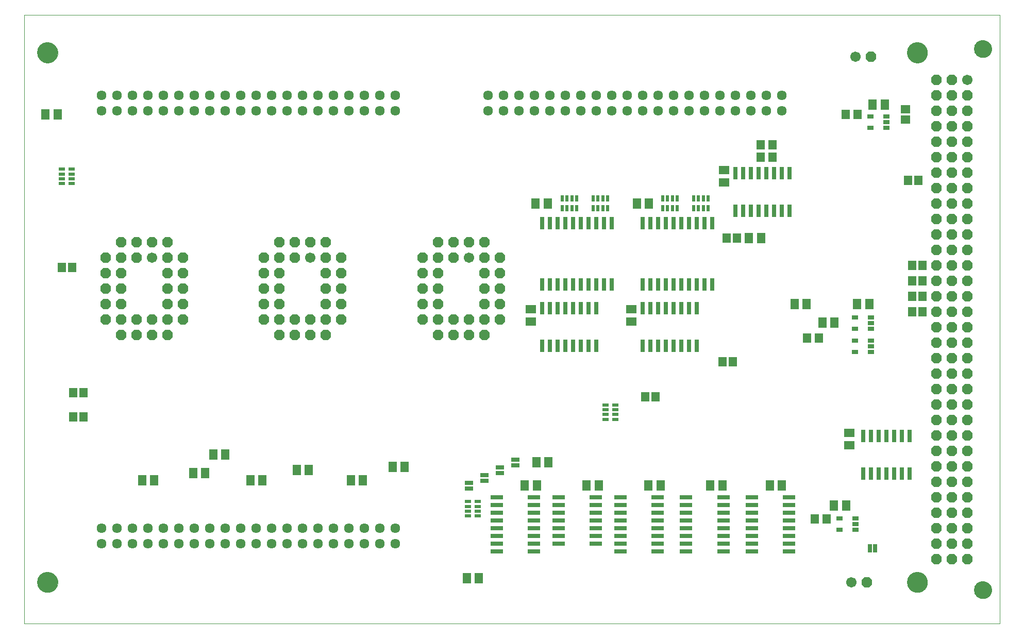
<source format=gts>
G75*
%MOIN*%
%OFA0B0*%
%FSLAX25Y25*%
%IPPOS*%
%LPD*%
%AMOC8*
5,1,8,0,0,1.08239X$1,22.5*
%
%ADD10C,0.06700*%
%ADD11OC8,0.06700*%
%ADD12R,0.05400X0.02900*%
%ADD13R,0.05518X0.06306*%
%ADD14R,0.06306X0.05518*%
%ADD15R,0.04298X0.03117*%
%ADD16R,0.05518X0.06699*%
%ADD17R,0.02900X0.05400*%
%ADD18R,0.03937X0.02362*%
%ADD19R,0.03000X0.08400*%
%ADD20R,0.06699X0.05518*%
%ADD21R,0.02362X0.03937*%
%ADD22R,0.08400X0.03000*%
%ADD23C,0.06337*%
%ADD24C,0.00000*%
%ADD25C,0.11400*%
%ADD26C,0.13400*%
D10*
X0130833Y0311100D03*
X0233333Y0311100D03*
X0335833Y0311100D03*
X0585833Y0441100D03*
X0658333Y0426100D03*
X0583333Y0101100D03*
D11*
X0593333Y0101100D03*
X0638333Y0116100D03*
X0638333Y0126100D03*
X0638333Y0136100D03*
X0638333Y0146100D03*
X0638333Y0156100D03*
X0638333Y0166100D03*
X0638333Y0176100D03*
X0638333Y0186100D03*
X0638333Y0196100D03*
X0638333Y0206100D03*
X0638333Y0216100D03*
X0638333Y0226100D03*
X0638333Y0236100D03*
X0638333Y0246100D03*
X0638333Y0256100D03*
X0638333Y0266100D03*
X0638333Y0276100D03*
X0638333Y0286100D03*
X0638333Y0296100D03*
X0638333Y0306100D03*
X0638333Y0316100D03*
X0638333Y0326100D03*
X0638333Y0336100D03*
X0638333Y0346100D03*
X0638333Y0356100D03*
X0638333Y0366100D03*
X0638333Y0376100D03*
X0638333Y0386100D03*
X0638333Y0396100D03*
X0638333Y0406100D03*
X0638333Y0416100D03*
X0638333Y0426100D03*
X0648333Y0426100D03*
X0648333Y0416100D03*
X0658333Y0416100D03*
X0658333Y0406100D03*
X0648333Y0406100D03*
X0648333Y0396100D03*
X0658333Y0396100D03*
X0658333Y0386100D03*
X0648333Y0386100D03*
X0648333Y0376100D03*
X0658333Y0376100D03*
X0658333Y0366100D03*
X0648333Y0366100D03*
X0648333Y0356100D03*
X0658333Y0356100D03*
X0658333Y0346100D03*
X0648333Y0346100D03*
X0648333Y0336100D03*
X0648333Y0326100D03*
X0658333Y0326100D03*
X0658333Y0336100D03*
X0658333Y0316100D03*
X0648333Y0316100D03*
X0648333Y0306100D03*
X0658333Y0306100D03*
X0658333Y0296100D03*
X0648333Y0296100D03*
X0648333Y0286100D03*
X0658333Y0286100D03*
X0658333Y0276100D03*
X0648333Y0276100D03*
X0648333Y0266100D03*
X0658333Y0266100D03*
X0658333Y0256100D03*
X0648333Y0256100D03*
X0648333Y0246100D03*
X0658333Y0246100D03*
X0658333Y0236100D03*
X0648333Y0236100D03*
X0648333Y0226100D03*
X0658333Y0226100D03*
X0658333Y0216100D03*
X0648333Y0216100D03*
X0648333Y0206100D03*
X0658333Y0206100D03*
X0658333Y0196100D03*
X0648333Y0196100D03*
X0648333Y0186100D03*
X0658333Y0186100D03*
X0658333Y0176100D03*
X0648333Y0176100D03*
X0648333Y0166100D03*
X0658333Y0166100D03*
X0658333Y0156100D03*
X0648333Y0156100D03*
X0648333Y0146100D03*
X0648333Y0136100D03*
X0658333Y0136100D03*
X0658333Y0146100D03*
X0658333Y0126100D03*
X0648333Y0126100D03*
X0648333Y0116100D03*
X0658333Y0116100D03*
X0355833Y0271100D03*
X0355833Y0281100D03*
X0345833Y0281100D03*
X0345833Y0271100D03*
X0335833Y0271100D03*
X0325833Y0271100D03*
X0315833Y0271100D03*
X0305833Y0271100D03*
X0305833Y0281100D03*
X0315833Y0281100D03*
X0315833Y0291100D03*
X0305833Y0291100D03*
X0305833Y0301100D03*
X0315833Y0301100D03*
X0315833Y0311100D03*
X0305833Y0311100D03*
X0315833Y0321100D03*
X0325833Y0321100D03*
X0325833Y0311100D03*
X0335833Y0321100D03*
X0345833Y0321100D03*
X0345833Y0311100D03*
X0345833Y0301100D03*
X0345833Y0291100D03*
X0355833Y0291100D03*
X0355833Y0301100D03*
X0355833Y0311100D03*
X0345833Y0261100D03*
X0335833Y0261100D03*
X0325833Y0261100D03*
X0315833Y0261100D03*
X0253333Y0271100D03*
X0243333Y0271100D03*
X0243333Y0281100D03*
X0253333Y0281100D03*
X0253333Y0291100D03*
X0243333Y0291100D03*
X0243333Y0301100D03*
X0253333Y0301100D03*
X0253333Y0311100D03*
X0243333Y0311100D03*
X0243333Y0321100D03*
X0233333Y0321100D03*
X0223333Y0321100D03*
X0213333Y0321100D03*
X0213333Y0311100D03*
X0223333Y0311100D03*
X0213333Y0301100D03*
X0203333Y0301100D03*
X0203333Y0291100D03*
X0203333Y0281100D03*
X0203333Y0271100D03*
X0213333Y0271100D03*
X0213333Y0281100D03*
X0223333Y0271100D03*
X0233333Y0271100D03*
X0233333Y0261100D03*
X0223333Y0261100D03*
X0213333Y0261100D03*
X0243333Y0261100D03*
X0213333Y0291100D03*
X0203333Y0311100D03*
X0150833Y0311100D03*
X0140833Y0311100D03*
X0140833Y0301100D03*
X0140833Y0291100D03*
X0140833Y0281100D03*
X0140833Y0271100D03*
X0130833Y0271100D03*
X0120833Y0271100D03*
X0110833Y0271100D03*
X0100833Y0271100D03*
X0100833Y0281100D03*
X0110833Y0281100D03*
X0110833Y0291100D03*
X0100833Y0291100D03*
X0100833Y0301100D03*
X0110833Y0301100D03*
X0110833Y0311100D03*
X0100833Y0311100D03*
X0110833Y0321100D03*
X0120833Y0321100D03*
X0130833Y0321100D03*
X0140833Y0321100D03*
X0120833Y0311100D03*
X0150833Y0301100D03*
X0150833Y0291100D03*
X0150833Y0281100D03*
X0150833Y0271100D03*
X0140833Y0261100D03*
X0130833Y0261100D03*
X0120833Y0261100D03*
X0110833Y0261100D03*
X0595833Y0441100D03*
D12*
X0365833Y0180372D03*
X0365833Y0176828D03*
X0355833Y0175372D03*
X0355833Y0171828D03*
X0345833Y0170372D03*
X0345833Y0166828D03*
X0335833Y0165372D03*
X0335833Y0161828D03*
D13*
X0449987Y0221100D03*
X0456680Y0221100D03*
X0499987Y0243600D03*
X0506680Y0243600D03*
X0554593Y0259100D03*
X0562073Y0259100D03*
X0622487Y0276100D03*
X0629180Y0276100D03*
X0629180Y0286100D03*
X0622487Y0286100D03*
X0622487Y0296100D03*
X0629180Y0296100D03*
X0629180Y0306100D03*
X0622487Y0306100D03*
X0619987Y0361100D03*
X0626680Y0361100D03*
X0587073Y0403600D03*
X0579593Y0403600D03*
X0532073Y0384100D03*
X0524593Y0384100D03*
X0524593Y0376100D03*
X0532073Y0376100D03*
X0509180Y0323600D03*
X0502487Y0323600D03*
X0559593Y0142100D03*
X0567073Y0142100D03*
X0086680Y0208100D03*
X0079987Y0208100D03*
X0079987Y0223600D03*
X0086680Y0223600D03*
X0079180Y0304600D03*
X0072487Y0304600D03*
D14*
X0618333Y0400254D03*
X0618333Y0406946D03*
D15*
X0605912Y0402340D03*
X0605912Y0398600D03*
X0605912Y0394860D03*
X0595715Y0394860D03*
X0595715Y0402340D03*
X0595912Y0272340D03*
X0595912Y0268600D03*
X0595912Y0264860D03*
X0595912Y0257340D03*
X0595912Y0253600D03*
X0595912Y0249860D03*
X0585715Y0249860D03*
X0585715Y0257340D03*
X0585715Y0264860D03*
X0585715Y0272340D03*
X0585912Y0142340D03*
X0585912Y0138600D03*
X0585912Y0134860D03*
X0575715Y0134860D03*
X0575715Y0142340D03*
D16*
X0571896Y0150600D03*
X0579770Y0150600D03*
X0538270Y0163600D03*
X0530396Y0163600D03*
X0499770Y0163600D03*
X0491896Y0163600D03*
X0459770Y0163600D03*
X0451896Y0163600D03*
X0419770Y0163600D03*
X0411896Y0163600D03*
X0387270Y0178600D03*
X0379396Y0178600D03*
X0379770Y0163600D03*
X0371896Y0163600D03*
X0342270Y0103600D03*
X0334396Y0103600D03*
X0267270Y0167100D03*
X0259396Y0167100D03*
X0232270Y0173600D03*
X0224396Y0173600D03*
X0202270Y0167100D03*
X0194396Y0167100D03*
X0178270Y0183600D03*
X0170396Y0183600D03*
X0165270Y0171600D03*
X0157396Y0171600D03*
X0132270Y0167100D03*
X0124396Y0167100D03*
X0286396Y0175600D03*
X0294270Y0175600D03*
X0378896Y0346100D03*
X0386770Y0346100D03*
X0444396Y0346100D03*
X0452270Y0346100D03*
X0516896Y0323600D03*
X0524770Y0323600D03*
X0546396Y0281100D03*
X0554270Y0281100D03*
X0564396Y0269100D03*
X0572270Y0269100D03*
X0586896Y0281100D03*
X0594770Y0281100D03*
X0596896Y0410100D03*
X0604770Y0410100D03*
X0069770Y0403600D03*
X0061896Y0403600D03*
D17*
X0595062Y0123100D03*
X0598605Y0123100D03*
D18*
X0430483Y0206376D03*
X0430483Y0209525D03*
X0430483Y0212675D03*
X0430483Y0215824D03*
X0424184Y0215824D03*
X0424184Y0212675D03*
X0424184Y0209525D03*
X0424184Y0206376D03*
X0341483Y0153324D03*
X0341483Y0150175D03*
X0341483Y0147025D03*
X0341483Y0143876D03*
X0335184Y0143876D03*
X0335184Y0147025D03*
X0335184Y0150175D03*
X0335184Y0153324D03*
X0078983Y0358876D03*
X0078983Y0362025D03*
X0078983Y0365175D03*
X0078983Y0368324D03*
X0072684Y0368324D03*
X0072684Y0365175D03*
X0072684Y0362025D03*
X0072684Y0358876D03*
D19*
X0383333Y0333400D03*
X0388333Y0333400D03*
X0393333Y0333400D03*
X0398333Y0333400D03*
X0403333Y0333400D03*
X0408333Y0333400D03*
X0413333Y0333400D03*
X0418333Y0333400D03*
X0423333Y0333400D03*
X0428333Y0333400D03*
X0448333Y0333400D03*
X0453333Y0333400D03*
X0458333Y0333400D03*
X0463333Y0333400D03*
X0468333Y0333400D03*
X0473333Y0333400D03*
X0478333Y0333400D03*
X0483333Y0333400D03*
X0488333Y0333400D03*
X0493333Y0333400D03*
X0508333Y0341500D03*
X0513333Y0341500D03*
X0518333Y0341500D03*
X0523333Y0341500D03*
X0528333Y0341500D03*
X0533333Y0341500D03*
X0538333Y0341500D03*
X0543333Y0341500D03*
X0543333Y0365700D03*
X0538333Y0365700D03*
X0533333Y0365700D03*
X0528333Y0365700D03*
X0523333Y0365700D03*
X0518333Y0365700D03*
X0513333Y0365700D03*
X0508333Y0365700D03*
X0493333Y0293800D03*
X0488333Y0293800D03*
X0483333Y0293800D03*
X0478333Y0293800D03*
X0473333Y0293800D03*
X0468333Y0293800D03*
X0463333Y0293800D03*
X0458333Y0293800D03*
X0453333Y0293800D03*
X0448333Y0293800D03*
X0448333Y0278200D03*
X0453333Y0278200D03*
X0458333Y0278200D03*
X0463333Y0278200D03*
X0468333Y0278200D03*
X0473333Y0278200D03*
X0478333Y0278200D03*
X0483333Y0278200D03*
X0483333Y0254000D03*
X0478333Y0254000D03*
X0473333Y0254000D03*
X0468333Y0254000D03*
X0463333Y0254000D03*
X0458333Y0254000D03*
X0453333Y0254000D03*
X0448333Y0254000D03*
X0418333Y0254000D03*
X0413333Y0254000D03*
X0408333Y0254000D03*
X0403333Y0254000D03*
X0398333Y0254000D03*
X0393333Y0254000D03*
X0388333Y0254000D03*
X0383333Y0254000D03*
X0383333Y0278200D03*
X0388333Y0278200D03*
X0393333Y0278200D03*
X0398333Y0278200D03*
X0403333Y0278200D03*
X0408333Y0278200D03*
X0413333Y0278200D03*
X0418333Y0278200D03*
X0418333Y0293800D03*
X0413333Y0293800D03*
X0408333Y0293800D03*
X0403333Y0293800D03*
X0398333Y0293800D03*
X0393333Y0293800D03*
X0388333Y0293800D03*
X0383333Y0293800D03*
X0423333Y0293800D03*
X0428333Y0293800D03*
X0590833Y0195700D03*
X0595833Y0195700D03*
X0600833Y0195700D03*
X0605833Y0195700D03*
X0610833Y0195700D03*
X0615833Y0195700D03*
X0620833Y0195700D03*
X0620833Y0171500D03*
X0615833Y0171500D03*
X0610833Y0171500D03*
X0605833Y0171500D03*
X0600833Y0171500D03*
X0595833Y0171500D03*
X0590833Y0171500D03*
D20*
X0581833Y0189663D03*
X0581833Y0197537D03*
X0440833Y0269663D03*
X0440833Y0277537D03*
X0375833Y0277537D03*
X0375833Y0269663D03*
X0500833Y0359663D03*
X0500833Y0367537D03*
D21*
X0490558Y0349250D03*
X0487408Y0349250D03*
X0484259Y0349250D03*
X0481109Y0349250D03*
X0481109Y0342950D03*
X0484259Y0342950D03*
X0487408Y0342950D03*
X0490558Y0342950D03*
X0470558Y0342950D03*
X0467408Y0342950D03*
X0464259Y0342950D03*
X0461109Y0342950D03*
X0461109Y0349250D03*
X0464259Y0349250D03*
X0467408Y0349250D03*
X0470558Y0349250D03*
X0425558Y0349250D03*
X0422408Y0349250D03*
X0419259Y0349250D03*
X0416109Y0349250D03*
X0416109Y0342950D03*
X0419259Y0342950D03*
X0422408Y0342950D03*
X0425558Y0342950D03*
X0405558Y0342950D03*
X0402408Y0342950D03*
X0399259Y0342950D03*
X0396109Y0342950D03*
X0396109Y0349250D03*
X0399259Y0349250D03*
X0402408Y0349250D03*
X0405558Y0349250D03*
D22*
X0393733Y0156100D03*
X0393733Y0151100D03*
X0393733Y0146100D03*
X0393733Y0141100D03*
X0393733Y0136100D03*
X0393733Y0131100D03*
X0393733Y0126100D03*
X0377933Y0126100D03*
X0377933Y0121100D03*
X0377933Y0131100D03*
X0377933Y0136100D03*
X0377933Y0141100D03*
X0377933Y0146100D03*
X0377933Y0151100D03*
X0377933Y0156100D03*
X0353733Y0156100D03*
X0353733Y0151100D03*
X0353733Y0146100D03*
X0353733Y0141100D03*
X0353733Y0136100D03*
X0353733Y0131100D03*
X0353733Y0126100D03*
X0353733Y0121100D03*
X0417933Y0126100D03*
X0417933Y0131100D03*
X0417933Y0136100D03*
X0417933Y0141100D03*
X0417933Y0146100D03*
X0417933Y0151100D03*
X0417933Y0156100D03*
X0433733Y0156100D03*
X0433733Y0151100D03*
X0433733Y0146100D03*
X0433733Y0141100D03*
X0433733Y0136100D03*
X0433733Y0131100D03*
X0433733Y0126100D03*
X0433733Y0121100D03*
X0457933Y0121100D03*
X0457933Y0126100D03*
X0457933Y0131100D03*
X0457933Y0136100D03*
X0457933Y0141100D03*
X0457933Y0146100D03*
X0457933Y0151100D03*
X0457933Y0156100D03*
X0476233Y0156100D03*
X0476233Y0151100D03*
X0476233Y0146100D03*
X0476233Y0141100D03*
X0476233Y0136100D03*
X0476233Y0131100D03*
X0476233Y0126100D03*
X0476233Y0121100D03*
X0500433Y0121100D03*
X0500433Y0126100D03*
X0500433Y0131100D03*
X0500433Y0136100D03*
X0500433Y0141100D03*
X0500433Y0146100D03*
X0500433Y0151100D03*
X0500433Y0156100D03*
X0518733Y0156100D03*
X0518733Y0151100D03*
X0518733Y0146100D03*
X0518733Y0141100D03*
X0518733Y0136100D03*
X0518733Y0131100D03*
X0518733Y0126100D03*
X0518733Y0121100D03*
X0542933Y0121100D03*
X0542933Y0126100D03*
X0542933Y0131100D03*
X0542933Y0136100D03*
X0542933Y0141100D03*
X0542933Y0146100D03*
X0542933Y0151100D03*
X0542933Y0156100D03*
D23*
X0288333Y0136100D03*
X0278333Y0136100D03*
X0268333Y0136100D03*
X0258333Y0136100D03*
X0248333Y0136100D03*
X0238333Y0136100D03*
X0228333Y0136100D03*
X0218333Y0136100D03*
X0208333Y0136100D03*
X0198333Y0136100D03*
X0188333Y0136100D03*
X0178333Y0136100D03*
X0168333Y0136100D03*
X0158333Y0136100D03*
X0148333Y0136100D03*
X0138333Y0136100D03*
X0128333Y0136100D03*
X0118333Y0136100D03*
X0108333Y0136100D03*
X0098333Y0136100D03*
X0098333Y0126100D03*
X0108333Y0126100D03*
X0118333Y0126100D03*
X0128333Y0126100D03*
X0138333Y0126100D03*
X0148333Y0126100D03*
X0158333Y0126100D03*
X0168333Y0126100D03*
X0178333Y0126100D03*
X0188333Y0126100D03*
X0198333Y0126100D03*
X0208333Y0126100D03*
X0218333Y0126100D03*
X0228333Y0126100D03*
X0238333Y0126100D03*
X0248333Y0126100D03*
X0258333Y0126100D03*
X0268333Y0126100D03*
X0278333Y0126100D03*
X0288333Y0126100D03*
X0288333Y0406100D03*
X0278333Y0406100D03*
X0268333Y0406100D03*
X0258333Y0406100D03*
X0248333Y0406100D03*
X0238333Y0406100D03*
X0228333Y0406100D03*
X0218333Y0406100D03*
X0208333Y0406100D03*
X0198333Y0406100D03*
X0188333Y0406100D03*
X0178333Y0406100D03*
X0168333Y0406100D03*
X0158333Y0406100D03*
X0148333Y0406100D03*
X0138333Y0406100D03*
X0128333Y0406100D03*
X0118333Y0406100D03*
X0108333Y0406100D03*
X0098333Y0406100D03*
X0098333Y0416100D03*
X0108333Y0416100D03*
X0118333Y0416100D03*
X0128333Y0416100D03*
X0138333Y0416100D03*
X0148333Y0416100D03*
X0158333Y0416100D03*
X0168333Y0416100D03*
X0178333Y0416100D03*
X0188333Y0416100D03*
X0198333Y0416100D03*
X0208333Y0416100D03*
X0218333Y0416100D03*
X0228333Y0416100D03*
X0238333Y0416100D03*
X0248333Y0416100D03*
X0258333Y0416100D03*
X0268333Y0416100D03*
X0278333Y0416100D03*
X0288333Y0416100D03*
X0348333Y0416100D03*
X0358333Y0416100D03*
X0368333Y0416100D03*
X0368333Y0406100D03*
X0358333Y0406100D03*
X0348333Y0406100D03*
X0378333Y0406100D03*
X0388333Y0406100D03*
X0388333Y0416100D03*
X0378333Y0416100D03*
X0398333Y0416100D03*
X0408333Y0416100D03*
X0418333Y0416100D03*
X0418333Y0406100D03*
X0408333Y0406100D03*
X0398333Y0406100D03*
X0428333Y0406100D03*
X0438333Y0406100D03*
X0438333Y0416100D03*
X0428333Y0416100D03*
X0448333Y0416100D03*
X0458333Y0416100D03*
X0468333Y0416100D03*
X0468333Y0406100D03*
X0458333Y0406100D03*
X0448333Y0406100D03*
X0478333Y0406100D03*
X0488333Y0406100D03*
X0488333Y0416100D03*
X0478333Y0416100D03*
X0498333Y0416100D03*
X0508333Y0416100D03*
X0508333Y0406100D03*
X0498333Y0406100D03*
X0518333Y0406100D03*
X0528333Y0406100D03*
X0538333Y0406100D03*
X0538333Y0416100D03*
X0528333Y0416100D03*
X0518333Y0416100D03*
D24*
X0048333Y0468000D02*
X0048333Y0074200D01*
X0679333Y0074200D01*
X0679333Y0468000D01*
X0048333Y0468000D01*
X0056833Y0443600D02*
X0056835Y0443761D01*
X0056841Y0443921D01*
X0056851Y0444082D01*
X0056865Y0444242D01*
X0056883Y0444402D01*
X0056904Y0444561D01*
X0056930Y0444720D01*
X0056960Y0444878D01*
X0056993Y0445035D01*
X0057031Y0445192D01*
X0057072Y0445347D01*
X0057117Y0445501D01*
X0057166Y0445654D01*
X0057219Y0445806D01*
X0057275Y0445957D01*
X0057336Y0446106D01*
X0057399Y0446254D01*
X0057467Y0446400D01*
X0057538Y0446544D01*
X0057612Y0446686D01*
X0057690Y0446827D01*
X0057772Y0446965D01*
X0057857Y0447102D01*
X0057945Y0447236D01*
X0058037Y0447368D01*
X0058132Y0447498D01*
X0058230Y0447626D01*
X0058331Y0447751D01*
X0058435Y0447873D01*
X0058542Y0447993D01*
X0058652Y0448110D01*
X0058765Y0448225D01*
X0058881Y0448336D01*
X0059000Y0448445D01*
X0059121Y0448550D01*
X0059245Y0448653D01*
X0059371Y0448753D01*
X0059499Y0448849D01*
X0059630Y0448942D01*
X0059764Y0449032D01*
X0059899Y0449119D01*
X0060037Y0449202D01*
X0060176Y0449282D01*
X0060318Y0449358D01*
X0060461Y0449431D01*
X0060606Y0449500D01*
X0060753Y0449566D01*
X0060901Y0449628D01*
X0061051Y0449686D01*
X0061202Y0449741D01*
X0061355Y0449792D01*
X0061509Y0449839D01*
X0061664Y0449882D01*
X0061820Y0449921D01*
X0061976Y0449957D01*
X0062134Y0449988D01*
X0062292Y0450016D01*
X0062451Y0450040D01*
X0062611Y0450060D01*
X0062771Y0450076D01*
X0062931Y0450088D01*
X0063092Y0450096D01*
X0063253Y0450100D01*
X0063413Y0450100D01*
X0063574Y0450096D01*
X0063735Y0450088D01*
X0063895Y0450076D01*
X0064055Y0450060D01*
X0064215Y0450040D01*
X0064374Y0450016D01*
X0064532Y0449988D01*
X0064690Y0449957D01*
X0064846Y0449921D01*
X0065002Y0449882D01*
X0065157Y0449839D01*
X0065311Y0449792D01*
X0065464Y0449741D01*
X0065615Y0449686D01*
X0065765Y0449628D01*
X0065913Y0449566D01*
X0066060Y0449500D01*
X0066205Y0449431D01*
X0066348Y0449358D01*
X0066490Y0449282D01*
X0066629Y0449202D01*
X0066767Y0449119D01*
X0066902Y0449032D01*
X0067036Y0448942D01*
X0067167Y0448849D01*
X0067295Y0448753D01*
X0067421Y0448653D01*
X0067545Y0448550D01*
X0067666Y0448445D01*
X0067785Y0448336D01*
X0067901Y0448225D01*
X0068014Y0448110D01*
X0068124Y0447993D01*
X0068231Y0447873D01*
X0068335Y0447751D01*
X0068436Y0447626D01*
X0068534Y0447498D01*
X0068629Y0447368D01*
X0068721Y0447236D01*
X0068809Y0447102D01*
X0068894Y0446965D01*
X0068976Y0446827D01*
X0069054Y0446686D01*
X0069128Y0446544D01*
X0069199Y0446400D01*
X0069267Y0446254D01*
X0069330Y0446106D01*
X0069391Y0445957D01*
X0069447Y0445806D01*
X0069500Y0445654D01*
X0069549Y0445501D01*
X0069594Y0445347D01*
X0069635Y0445192D01*
X0069673Y0445035D01*
X0069706Y0444878D01*
X0069736Y0444720D01*
X0069762Y0444561D01*
X0069783Y0444402D01*
X0069801Y0444242D01*
X0069815Y0444082D01*
X0069825Y0443921D01*
X0069831Y0443761D01*
X0069833Y0443600D01*
X0069831Y0443439D01*
X0069825Y0443279D01*
X0069815Y0443118D01*
X0069801Y0442958D01*
X0069783Y0442798D01*
X0069762Y0442639D01*
X0069736Y0442480D01*
X0069706Y0442322D01*
X0069673Y0442165D01*
X0069635Y0442008D01*
X0069594Y0441853D01*
X0069549Y0441699D01*
X0069500Y0441546D01*
X0069447Y0441394D01*
X0069391Y0441243D01*
X0069330Y0441094D01*
X0069267Y0440946D01*
X0069199Y0440800D01*
X0069128Y0440656D01*
X0069054Y0440514D01*
X0068976Y0440373D01*
X0068894Y0440235D01*
X0068809Y0440098D01*
X0068721Y0439964D01*
X0068629Y0439832D01*
X0068534Y0439702D01*
X0068436Y0439574D01*
X0068335Y0439449D01*
X0068231Y0439327D01*
X0068124Y0439207D01*
X0068014Y0439090D01*
X0067901Y0438975D01*
X0067785Y0438864D01*
X0067666Y0438755D01*
X0067545Y0438650D01*
X0067421Y0438547D01*
X0067295Y0438447D01*
X0067167Y0438351D01*
X0067036Y0438258D01*
X0066902Y0438168D01*
X0066767Y0438081D01*
X0066629Y0437998D01*
X0066490Y0437918D01*
X0066348Y0437842D01*
X0066205Y0437769D01*
X0066060Y0437700D01*
X0065913Y0437634D01*
X0065765Y0437572D01*
X0065615Y0437514D01*
X0065464Y0437459D01*
X0065311Y0437408D01*
X0065157Y0437361D01*
X0065002Y0437318D01*
X0064846Y0437279D01*
X0064690Y0437243D01*
X0064532Y0437212D01*
X0064374Y0437184D01*
X0064215Y0437160D01*
X0064055Y0437140D01*
X0063895Y0437124D01*
X0063735Y0437112D01*
X0063574Y0437104D01*
X0063413Y0437100D01*
X0063253Y0437100D01*
X0063092Y0437104D01*
X0062931Y0437112D01*
X0062771Y0437124D01*
X0062611Y0437140D01*
X0062451Y0437160D01*
X0062292Y0437184D01*
X0062134Y0437212D01*
X0061976Y0437243D01*
X0061820Y0437279D01*
X0061664Y0437318D01*
X0061509Y0437361D01*
X0061355Y0437408D01*
X0061202Y0437459D01*
X0061051Y0437514D01*
X0060901Y0437572D01*
X0060753Y0437634D01*
X0060606Y0437700D01*
X0060461Y0437769D01*
X0060318Y0437842D01*
X0060176Y0437918D01*
X0060037Y0437998D01*
X0059899Y0438081D01*
X0059764Y0438168D01*
X0059630Y0438258D01*
X0059499Y0438351D01*
X0059371Y0438447D01*
X0059245Y0438547D01*
X0059121Y0438650D01*
X0059000Y0438755D01*
X0058881Y0438864D01*
X0058765Y0438975D01*
X0058652Y0439090D01*
X0058542Y0439207D01*
X0058435Y0439327D01*
X0058331Y0439449D01*
X0058230Y0439574D01*
X0058132Y0439702D01*
X0058037Y0439832D01*
X0057945Y0439964D01*
X0057857Y0440098D01*
X0057772Y0440235D01*
X0057690Y0440373D01*
X0057612Y0440514D01*
X0057538Y0440656D01*
X0057467Y0440800D01*
X0057399Y0440946D01*
X0057336Y0441094D01*
X0057275Y0441243D01*
X0057219Y0441394D01*
X0057166Y0441546D01*
X0057117Y0441699D01*
X0057072Y0441853D01*
X0057031Y0442008D01*
X0056993Y0442165D01*
X0056960Y0442322D01*
X0056930Y0442480D01*
X0056904Y0442639D01*
X0056883Y0442798D01*
X0056865Y0442958D01*
X0056851Y0443118D01*
X0056841Y0443279D01*
X0056835Y0443439D01*
X0056833Y0443600D01*
X0056833Y0101100D02*
X0056835Y0101261D01*
X0056841Y0101421D01*
X0056851Y0101582D01*
X0056865Y0101742D01*
X0056883Y0101902D01*
X0056904Y0102061D01*
X0056930Y0102220D01*
X0056960Y0102378D01*
X0056993Y0102535D01*
X0057031Y0102692D01*
X0057072Y0102847D01*
X0057117Y0103001D01*
X0057166Y0103154D01*
X0057219Y0103306D01*
X0057275Y0103457D01*
X0057336Y0103606D01*
X0057399Y0103754D01*
X0057467Y0103900D01*
X0057538Y0104044D01*
X0057612Y0104186D01*
X0057690Y0104327D01*
X0057772Y0104465D01*
X0057857Y0104602D01*
X0057945Y0104736D01*
X0058037Y0104868D01*
X0058132Y0104998D01*
X0058230Y0105126D01*
X0058331Y0105251D01*
X0058435Y0105373D01*
X0058542Y0105493D01*
X0058652Y0105610D01*
X0058765Y0105725D01*
X0058881Y0105836D01*
X0059000Y0105945D01*
X0059121Y0106050D01*
X0059245Y0106153D01*
X0059371Y0106253D01*
X0059499Y0106349D01*
X0059630Y0106442D01*
X0059764Y0106532D01*
X0059899Y0106619D01*
X0060037Y0106702D01*
X0060176Y0106782D01*
X0060318Y0106858D01*
X0060461Y0106931D01*
X0060606Y0107000D01*
X0060753Y0107066D01*
X0060901Y0107128D01*
X0061051Y0107186D01*
X0061202Y0107241D01*
X0061355Y0107292D01*
X0061509Y0107339D01*
X0061664Y0107382D01*
X0061820Y0107421D01*
X0061976Y0107457D01*
X0062134Y0107488D01*
X0062292Y0107516D01*
X0062451Y0107540D01*
X0062611Y0107560D01*
X0062771Y0107576D01*
X0062931Y0107588D01*
X0063092Y0107596D01*
X0063253Y0107600D01*
X0063413Y0107600D01*
X0063574Y0107596D01*
X0063735Y0107588D01*
X0063895Y0107576D01*
X0064055Y0107560D01*
X0064215Y0107540D01*
X0064374Y0107516D01*
X0064532Y0107488D01*
X0064690Y0107457D01*
X0064846Y0107421D01*
X0065002Y0107382D01*
X0065157Y0107339D01*
X0065311Y0107292D01*
X0065464Y0107241D01*
X0065615Y0107186D01*
X0065765Y0107128D01*
X0065913Y0107066D01*
X0066060Y0107000D01*
X0066205Y0106931D01*
X0066348Y0106858D01*
X0066490Y0106782D01*
X0066629Y0106702D01*
X0066767Y0106619D01*
X0066902Y0106532D01*
X0067036Y0106442D01*
X0067167Y0106349D01*
X0067295Y0106253D01*
X0067421Y0106153D01*
X0067545Y0106050D01*
X0067666Y0105945D01*
X0067785Y0105836D01*
X0067901Y0105725D01*
X0068014Y0105610D01*
X0068124Y0105493D01*
X0068231Y0105373D01*
X0068335Y0105251D01*
X0068436Y0105126D01*
X0068534Y0104998D01*
X0068629Y0104868D01*
X0068721Y0104736D01*
X0068809Y0104602D01*
X0068894Y0104465D01*
X0068976Y0104327D01*
X0069054Y0104186D01*
X0069128Y0104044D01*
X0069199Y0103900D01*
X0069267Y0103754D01*
X0069330Y0103606D01*
X0069391Y0103457D01*
X0069447Y0103306D01*
X0069500Y0103154D01*
X0069549Y0103001D01*
X0069594Y0102847D01*
X0069635Y0102692D01*
X0069673Y0102535D01*
X0069706Y0102378D01*
X0069736Y0102220D01*
X0069762Y0102061D01*
X0069783Y0101902D01*
X0069801Y0101742D01*
X0069815Y0101582D01*
X0069825Y0101421D01*
X0069831Y0101261D01*
X0069833Y0101100D01*
X0069831Y0100939D01*
X0069825Y0100779D01*
X0069815Y0100618D01*
X0069801Y0100458D01*
X0069783Y0100298D01*
X0069762Y0100139D01*
X0069736Y0099980D01*
X0069706Y0099822D01*
X0069673Y0099665D01*
X0069635Y0099508D01*
X0069594Y0099353D01*
X0069549Y0099199D01*
X0069500Y0099046D01*
X0069447Y0098894D01*
X0069391Y0098743D01*
X0069330Y0098594D01*
X0069267Y0098446D01*
X0069199Y0098300D01*
X0069128Y0098156D01*
X0069054Y0098014D01*
X0068976Y0097873D01*
X0068894Y0097735D01*
X0068809Y0097598D01*
X0068721Y0097464D01*
X0068629Y0097332D01*
X0068534Y0097202D01*
X0068436Y0097074D01*
X0068335Y0096949D01*
X0068231Y0096827D01*
X0068124Y0096707D01*
X0068014Y0096590D01*
X0067901Y0096475D01*
X0067785Y0096364D01*
X0067666Y0096255D01*
X0067545Y0096150D01*
X0067421Y0096047D01*
X0067295Y0095947D01*
X0067167Y0095851D01*
X0067036Y0095758D01*
X0066902Y0095668D01*
X0066767Y0095581D01*
X0066629Y0095498D01*
X0066490Y0095418D01*
X0066348Y0095342D01*
X0066205Y0095269D01*
X0066060Y0095200D01*
X0065913Y0095134D01*
X0065765Y0095072D01*
X0065615Y0095014D01*
X0065464Y0094959D01*
X0065311Y0094908D01*
X0065157Y0094861D01*
X0065002Y0094818D01*
X0064846Y0094779D01*
X0064690Y0094743D01*
X0064532Y0094712D01*
X0064374Y0094684D01*
X0064215Y0094660D01*
X0064055Y0094640D01*
X0063895Y0094624D01*
X0063735Y0094612D01*
X0063574Y0094604D01*
X0063413Y0094600D01*
X0063253Y0094600D01*
X0063092Y0094604D01*
X0062931Y0094612D01*
X0062771Y0094624D01*
X0062611Y0094640D01*
X0062451Y0094660D01*
X0062292Y0094684D01*
X0062134Y0094712D01*
X0061976Y0094743D01*
X0061820Y0094779D01*
X0061664Y0094818D01*
X0061509Y0094861D01*
X0061355Y0094908D01*
X0061202Y0094959D01*
X0061051Y0095014D01*
X0060901Y0095072D01*
X0060753Y0095134D01*
X0060606Y0095200D01*
X0060461Y0095269D01*
X0060318Y0095342D01*
X0060176Y0095418D01*
X0060037Y0095498D01*
X0059899Y0095581D01*
X0059764Y0095668D01*
X0059630Y0095758D01*
X0059499Y0095851D01*
X0059371Y0095947D01*
X0059245Y0096047D01*
X0059121Y0096150D01*
X0059000Y0096255D01*
X0058881Y0096364D01*
X0058765Y0096475D01*
X0058652Y0096590D01*
X0058542Y0096707D01*
X0058435Y0096827D01*
X0058331Y0096949D01*
X0058230Y0097074D01*
X0058132Y0097202D01*
X0058037Y0097332D01*
X0057945Y0097464D01*
X0057857Y0097598D01*
X0057772Y0097735D01*
X0057690Y0097873D01*
X0057612Y0098014D01*
X0057538Y0098156D01*
X0057467Y0098300D01*
X0057399Y0098446D01*
X0057336Y0098594D01*
X0057275Y0098743D01*
X0057219Y0098894D01*
X0057166Y0099046D01*
X0057117Y0099199D01*
X0057072Y0099353D01*
X0057031Y0099508D01*
X0056993Y0099665D01*
X0056960Y0099822D01*
X0056930Y0099980D01*
X0056904Y0100139D01*
X0056883Y0100298D01*
X0056865Y0100458D01*
X0056851Y0100618D01*
X0056841Y0100779D01*
X0056835Y0100939D01*
X0056833Y0101100D01*
X0619333Y0101100D02*
X0619335Y0101261D01*
X0619341Y0101421D01*
X0619351Y0101582D01*
X0619365Y0101742D01*
X0619383Y0101902D01*
X0619404Y0102061D01*
X0619430Y0102220D01*
X0619460Y0102378D01*
X0619493Y0102535D01*
X0619531Y0102692D01*
X0619572Y0102847D01*
X0619617Y0103001D01*
X0619666Y0103154D01*
X0619719Y0103306D01*
X0619775Y0103457D01*
X0619836Y0103606D01*
X0619899Y0103754D01*
X0619967Y0103900D01*
X0620038Y0104044D01*
X0620112Y0104186D01*
X0620190Y0104327D01*
X0620272Y0104465D01*
X0620357Y0104602D01*
X0620445Y0104736D01*
X0620537Y0104868D01*
X0620632Y0104998D01*
X0620730Y0105126D01*
X0620831Y0105251D01*
X0620935Y0105373D01*
X0621042Y0105493D01*
X0621152Y0105610D01*
X0621265Y0105725D01*
X0621381Y0105836D01*
X0621500Y0105945D01*
X0621621Y0106050D01*
X0621745Y0106153D01*
X0621871Y0106253D01*
X0621999Y0106349D01*
X0622130Y0106442D01*
X0622264Y0106532D01*
X0622399Y0106619D01*
X0622537Y0106702D01*
X0622676Y0106782D01*
X0622818Y0106858D01*
X0622961Y0106931D01*
X0623106Y0107000D01*
X0623253Y0107066D01*
X0623401Y0107128D01*
X0623551Y0107186D01*
X0623702Y0107241D01*
X0623855Y0107292D01*
X0624009Y0107339D01*
X0624164Y0107382D01*
X0624320Y0107421D01*
X0624476Y0107457D01*
X0624634Y0107488D01*
X0624792Y0107516D01*
X0624951Y0107540D01*
X0625111Y0107560D01*
X0625271Y0107576D01*
X0625431Y0107588D01*
X0625592Y0107596D01*
X0625753Y0107600D01*
X0625913Y0107600D01*
X0626074Y0107596D01*
X0626235Y0107588D01*
X0626395Y0107576D01*
X0626555Y0107560D01*
X0626715Y0107540D01*
X0626874Y0107516D01*
X0627032Y0107488D01*
X0627190Y0107457D01*
X0627346Y0107421D01*
X0627502Y0107382D01*
X0627657Y0107339D01*
X0627811Y0107292D01*
X0627964Y0107241D01*
X0628115Y0107186D01*
X0628265Y0107128D01*
X0628413Y0107066D01*
X0628560Y0107000D01*
X0628705Y0106931D01*
X0628848Y0106858D01*
X0628990Y0106782D01*
X0629129Y0106702D01*
X0629267Y0106619D01*
X0629402Y0106532D01*
X0629536Y0106442D01*
X0629667Y0106349D01*
X0629795Y0106253D01*
X0629921Y0106153D01*
X0630045Y0106050D01*
X0630166Y0105945D01*
X0630285Y0105836D01*
X0630401Y0105725D01*
X0630514Y0105610D01*
X0630624Y0105493D01*
X0630731Y0105373D01*
X0630835Y0105251D01*
X0630936Y0105126D01*
X0631034Y0104998D01*
X0631129Y0104868D01*
X0631221Y0104736D01*
X0631309Y0104602D01*
X0631394Y0104465D01*
X0631476Y0104327D01*
X0631554Y0104186D01*
X0631628Y0104044D01*
X0631699Y0103900D01*
X0631767Y0103754D01*
X0631830Y0103606D01*
X0631891Y0103457D01*
X0631947Y0103306D01*
X0632000Y0103154D01*
X0632049Y0103001D01*
X0632094Y0102847D01*
X0632135Y0102692D01*
X0632173Y0102535D01*
X0632206Y0102378D01*
X0632236Y0102220D01*
X0632262Y0102061D01*
X0632283Y0101902D01*
X0632301Y0101742D01*
X0632315Y0101582D01*
X0632325Y0101421D01*
X0632331Y0101261D01*
X0632333Y0101100D01*
X0632331Y0100939D01*
X0632325Y0100779D01*
X0632315Y0100618D01*
X0632301Y0100458D01*
X0632283Y0100298D01*
X0632262Y0100139D01*
X0632236Y0099980D01*
X0632206Y0099822D01*
X0632173Y0099665D01*
X0632135Y0099508D01*
X0632094Y0099353D01*
X0632049Y0099199D01*
X0632000Y0099046D01*
X0631947Y0098894D01*
X0631891Y0098743D01*
X0631830Y0098594D01*
X0631767Y0098446D01*
X0631699Y0098300D01*
X0631628Y0098156D01*
X0631554Y0098014D01*
X0631476Y0097873D01*
X0631394Y0097735D01*
X0631309Y0097598D01*
X0631221Y0097464D01*
X0631129Y0097332D01*
X0631034Y0097202D01*
X0630936Y0097074D01*
X0630835Y0096949D01*
X0630731Y0096827D01*
X0630624Y0096707D01*
X0630514Y0096590D01*
X0630401Y0096475D01*
X0630285Y0096364D01*
X0630166Y0096255D01*
X0630045Y0096150D01*
X0629921Y0096047D01*
X0629795Y0095947D01*
X0629667Y0095851D01*
X0629536Y0095758D01*
X0629402Y0095668D01*
X0629267Y0095581D01*
X0629129Y0095498D01*
X0628990Y0095418D01*
X0628848Y0095342D01*
X0628705Y0095269D01*
X0628560Y0095200D01*
X0628413Y0095134D01*
X0628265Y0095072D01*
X0628115Y0095014D01*
X0627964Y0094959D01*
X0627811Y0094908D01*
X0627657Y0094861D01*
X0627502Y0094818D01*
X0627346Y0094779D01*
X0627190Y0094743D01*
X0627032Y0094712D01*
X0626874Y0094684D01*
X0626715Y0094660D01*
X0626555Y0094640D01*
X0626395Y0094624D01*
X0626235Y0094612D01*
X0626074Y0094604D01*
X0625913Y0094600D01*
X0625753Y0094600D01*
X0625592Y0094604D01*
X0625431Y0094612D01*
X0625271Y0094624D01*
X0625111Y0094640D01*
X0624951Y0094660D01*
X0624792Y0094684D01*
X0624634Y0094712D01*
X0624476Y0094743D01*
X0624320Y0094779D01*
X0624164Y0094818D01*
X0624009Y0094861D01*
X0623855Y0094908D01*
X0623702Y0094959D01*
X0623551Y0095014D01*
X0623401Y0095072D01*
X0623253Y0095134D01*
X0623106Y0095200D01*
X0622961Y0095269D01*
X0622818Y0095342D01*
X0622676Y0095418D01*
X0622537Y0095498D01*
X0622399Y0095581D01*
X0622264Y0095668D01*
X0622130Y0095758D01*
X0621999Y0095851D01*
X0621871Y0095947D01*
X0621745Y0096047D01*
X0621621Y0096150D01*
X0621500Y0096255D01*
X0621381Y0096364D01*
X0621265Y0096475D01*
X0621152Y0096590D01*
X0621042Y0096707D01*
X0620935Y0096827D01*
X0620831Y0096949D01*
X0620730Y0097074D01*
X0620632Y0097202D01*
X0620537Y0097332D01*
X0620445Y0097464D01*
X0620357Y0097598D01*
X0620272Y0097735D01*
X0620190Y0097873D01*
X0620112Y0098014D01*
X0620038Y0098156D01*
X0619967Y0098300D01*
X0619899Y0098446D01*
X0619836Y0098594D01*
X0619775Y0098743D01*
X0619719Y0098894D01*
X0619666Y0099046D01*
X0619617Y0099199D01*
X0619572Y0099353D01*
X0619531Y0099508D01*
X0619493Y0099665D01*
X0619460Y0099822D01*
X0619430Y0099980D01*
X0619404Y0100139D01*
X0619383Y0100298D01*
X0619365Y0100458D01*
X0619351Y0100618D01*
X0619341Y0100779D01*
X0619335Y0100939D01*
X0619333Y0101100D01*
X0662833Y0096100D02*
X0662835Y0096248D01*
X0662841Y0096396D01*
X0662851Y0096544D01*
X0662865Y0096692D01*
X0662883Y0096839D01*
X0662905Y0096986D01*
X0662931Y0097132D01*
X0662960Y0097277D01*
X0662994Y0097422D01*
X0663032Y0097565D01*
X0663073Y0097708D01*
X0663118Y0097849D01*
X0663168Y0097989D01*
X0663220Y0098127D01*
X0663277Y0098265D01*
X0663337Y0098400D01*
X0663401Y0098534D01*
X0663468Y0098666D01*
X0663539Y0098796D01*
X0663614Y0098925D01*
X0663692Y0099051D01*
X0663773Y0099175D01*
X0663857Y0099297D01*
X0663945Y0099416D01*
X0664036Y0099533D01*
X0664130Y0099648D01*
X0664228Y0099760D01*
X0664328Y0099869D01*
X0664431Y0099976D01*
X0664537Y0100080D01*
X0664645Y0100181D01*
X0664757Y0100279D01*
X0664871Y0100374D01*
X0664987Y0100465D01*
X0665106Y0100554D01*
X0665227Y0100639D01*
X0665351Y0100721D01*
X0665477Y0100800D01*
X0665604Y0100875D01*
X0665734Y0100947D01*
X0665866Y0101016D01*
X0665999Y0101080D01*
X0666134Y0101141D01*
X0666271Y0101199D01*
X0666409Y0101253D01*
X0666549Y0101303D01*
X0666690Y0101349D01*
X0666832Y0101391D01*
X0666975Y0101430D01*
X0667119Y0101464D01*
X0667265Y0101495D01*
X0667410Y0101522D01*
X0667557Y0101545D01*
X0667704Y0101564D01*
X0667852Y0101579D01*
X0667999Y0101590D01*
X0668148Y0101597D01*
X0668296Y0101600D01*
X0668444Y0101599D01*
X0668592Y0101594D01*
X0668740Y0101585D01*
X0668888Y0101572D01*
X0669036Y0101555D01*
X0669182Y0101534D01*
X0669329Y0101509D01*
X0669474Y0101480D01*
X0669619Y0101448D01*
X0669762Y0101411D01*
X0669905Y0101371D01*
X0670047Y0101326D01*
X0670187Y0101278D01*
X0670326Y0101226D01*
X0670463Y0101171D01*
X0670599Y0101111D01*
X0670734Y0101048D01*
X0670866Y0100982D01*
X0670997Y0100912D01*
X0671126Y0100838D01*
X0671252Y0100761D01*
X0671377Y0100681D01*
X0671499Y0100597D01*
X0671620Y0100510D01*
X0671737Y0100420D01*
X0671853Y0100326D01*
X0671965Y0100230D01*
X0672075Y0100131D01*
X0672183Y0100028D01*
X0672287Y0099923D01*
X0672389Y0099815D01*
X0672487Y0099704D01*
X0672583Y0099591D01*
X0672676Y0099475D01*
X0672765Y0099357D01*
X0672851Y0099236D01*
X0672934Y0099113D01*
X0673014Y0098988D01*
X0673090Y0098861D01*
X0673163Y0098731D01*
X0673232Y0098600D01*
X0673297Y0098467D01*
X0673360Y0098333D01*
X0673418Y0098196D01*
X0673473Y0098058D01*
X0673523Y0097919D01*
X0673571Y0097778D01*
X0673614Y0097637D01*
X0673654Y0097494D01*
X0673689Y0097350D01*
X0673721Y0097205D01*
X0673749Y0097059D01*
X0673773Y0096913D01*
X0673793Y0096766D01*
X0673809Y0096618D01*
X0673821Y0096471D01*
X0673829Y0096322D01*
X0673833Y0096174D01*
X0673833Y0096026D01*
X0673829Y0095878D01*
X0673821Y0095729D01*
X0673809Y0095582D01*
X0673793Y0095434D01*
X0673773Y0095287D01*
X0673749Y0095141D01*
X0673721Y0094995D01*
X0673689Y0094850D01*
X0673654Y0094706D01*
X0673614Y0094563D01*
X0673571Y0094422D01*
X0673523Y0094281D01*
X0673473Y0094142D01*
X0673418Y0094004D01*
X0673360Y0093867D01*
X0673297Y0093733D01*
X0673232Y0093600D01*
X0673163Y0093469D01*
X0673090Y0093339D01*
X0673014Y0093212D01*
X0672934Y0093087D01*
X0672851Y0092964D01*
X0672765Y0092843D01*
X0672676Y0092725D01*
X0672583Y0092609D01*
X0672487Y0092496D01*
X0672389Y0092385D01*
X0672287Y0092277D01*
X0672183Y0092172D01*
X0672075Y0092069D01*
X0671965Y0091970D01*
X0671853Y0091874D01*
X0671737Y0091780D01*
X0671620Y0091690D01*
X0671499Y0091603D01*
X0671377Y0091519D01*
X0671252Y0091439D01*
X0671126Y0091362D01*
X0670997Y0091288D01*
X0670866Y0091218D01*
X0670734Y0091152D01*
X0670599Y0091089D01*
X0670463Y0091029D01*
X0670326Y0090974D01*
X0670187Y0090922D01*
X0670047Y0090874D01*
X0669905Y0090829D01*
X0669762Y0090789D01*
X0669619Y0090752D01*
X0669474Y0090720D01*
X0669329Y0090691D01*
X0669182Y0090666D01*
X0669036Y0090645D01*
X0668888Y0090628D01*
X0668740Y0090615D01*
X0668592Y0090606D01*
X0668444Y0090601D01*
X0668296Y0090600D01*
X0668148Y0090603D01*
X0667999Y0090610D01*
X0667852Y0090621D01*
X0667704Y0090636D01*
X0667557Y0090655D01*
X0667410Y0090678D01*
X0667265Y0090705D01*
X0667119Y0090736D01*
X0666975Y0090770D01*
X0666832Y0090809D01*
X0666690Y0090851D01*
X0666549Y0090897D01*
X0666409Y0090947D01*
X0666271Y0091001D01*
X0666134Y0091059D01*
X0665999Y0091120D01*
X0665866Y0091184D01*
X0665734Y0091253D01*
X0665604Y0091325D01*
X0665477Y0091400D01*
X0665351Y0091479D01*
X0665227Y0091561D01*
X0665106Y0091646D01*
X0664987Y0091735D01*
X0664871Y0091826D01*
X0664757Y0091921D01*
X0664645Y0092019D01*
X0664537Y0092120D01*
X0664431Y0092224D01*
X0664328Y0092331D01*
X0664228Y0092440D01*
X0664130Y0092552D01*
X0664036Y0092667D01*
X0663945Y0092784D01*
X0663857Y0092903D01*
X0663773Y0093025D01*
X0663692Y0093149D01*
X0663614Y0093275D01*
X0663539Y0093404D01*
X0663468Y0093534D01*
X0663401Y0093666D01*
X0663337Y0093800D01*
X0663277Y0093935D01*
X0663220Y0094073D01*
X0663168Y0094211D01*
X0663118Y0094351D01*
X0663073Y0094492D01*
X0663032Y0094635D01*
X0662994Y0094778D01*
X0662960Y0094923D01*
X0662931Y0095068D01*
X0662905Y0095214D01*
X0662883Y0095361D01*
X0662865Y0095508D01*
X0662851Y0095656D01*
X0662841Y0095804D01*
X0662835Y0095952D01*
X0662833Y0096100D01*
X0619333Y0443600D02*
X0619335Y0443761D01*
X0619341Y0443921D01*
X0619351Y0444082D01*
X0619365Y0444242D01*
X0619383Y0444402D01*
X0619404Y0444561D01*
X0619430Y0444720D01*
X0619460Y0444878D01*
X0619493Y0445035D01*
X0619531Y0445192D01*
X0619572Y0445347D01*
X0619617Y0445501D01*
X0619666Y0445654D01*
X0619719Y0445806D01*
X0619775Y0445957D01*
X0619836Y0446106D01*
X0619899Y0446254D01*
X0619967Y0446400D01*
X0620038Y0446544D01*
X0620112Y0446686D01*
X0620190Y0446827D01*
X0620272Y0446965D01*
X0620357Y0447102D01*
X0620445Y0447236D01*
X0620537Y0447368D01*
X0620632Y0447498D01*
X0620730Y0447626D01*
X0620831Y0447751D01*
X0620935Y0447873D01*
X0621042Y0447993D01*
X0621152Y0448110D01*
X0621265Y0448225D01*
X0621381Y0448336D01*
X0621500Y0448445D01*
X0621621Y0448550D01*
X0621745Y0448653D01*
X0621871Y0448753D01*
X0621999Y0448849D01*
X0622130Y0448942D01*
X0622264Y0449032D01*
X0622399Y0449119D01*
X0622537Y0449202D01*
X0622676Y0449282D01*
X0622818Y0449358D01*
X0622961Y0449431D01*
X0623106Y0449500D01*
X0623253Y0449566D01*
X0623401Y0449628D01*
X0623551Y0449686D01*
X0623702Y0449741D01*
X0623855Y0449792D01*
X0624009Y0449839D01*
X0624164Y0449882D01*
X0624320Y0449921D01*
X0624476Y0449957D01*
X0624634Y0449988D01*
X0624792Y0450016D01*
X0624951Y0450040D01*
X0625111Y0450060D01*
X0625271Y0450076D01*
X0625431Y0450088D01*
X0625592Y0450096D01*
X0625753Y0450100D01*
X0625913Y0450100D01*
X0626074Y0450096D01*
X0626235Y0450088D01*
X0626395Y0450076D01*
X0626555Y0450060D01*
X0626715Y0450040D01*
X0626874Y0450016D01*
X0627032Y0449988D01*
X0627190Y0449957D01*
X0627346Y0449921D01*
X0627502Y0449882D01*
X0627657Y0449839D01*
X0627811Y0449792D01*
X0627964Y0449741D01*
X0628115Y0449686D01*
X0628265Y0449628D01*
X0628413Y0449566D01*
X0628560Y0449500D01*
X0628705Y0449431D01*
X0628848Y0449358D01*
X0628990Y0449282D01*
X0629129Y0449202D01*
X0629267Y0449119D01*
X0629402Y0449032D01*
X0629536Y0448942D01*
X0629667Y0448849D01*
X0629795Y0448753D01*
X0629921Y0448653D01*
X0630045Y0448550D01*
X0630166Y0448445D01*
X0630285Y0448336D01*
X0630401Y0448225D01*
X0630514Y0448110D01*
X0630624Y0447993D01*
X0630731Y0447873D01*
X0630835Y0447751D01*
X0630936Y0447626D01*
X0631034Y0447498D01*
X0631129Y0447368D01*
X0631221Y0447236D01*
X0631309Y0447102D01*
X0631394Y0446965D01*
X0631476Y0446827D01*
X0631554Y0446686D01*
X0631628Y0446544D01*
X0631699Y0446400D01*
X0631767Y0446254D01*
X0631830Y0446106D01*
X0631891Y0445957D01*
X0631947Y0445806D01*
X0632000Y0445654D01*
X0632049Y0445501D01*
X0632094Y0445347D01*
X0632135Y0445192D01*
X0632173Y0445035D01*
X0632206Y0444878D01*
X0632236Y0444720D01*
X0632262Y0444561D01*
X0632283Y0444402D01*
X0632301Y0444242D01*
X0632315Y0444082D01*
X0632325Y0443921D01*
X0632331Y0443761D01*
X0632333Y0443600D01*
X0632331Y0443439D01*
X0632325Y0443279D01*
X0632315Y0443118D01*
X0632301Y0442958D01*
X0632283Y0442798D01*
X0632262Y0442639D01*
X0632236Y0442480D01*
X0632206Y0442322D01*
X0632173Y0442165D01*
X0632135Y0442008D01*
X0632094Y0441853D01*
X0632049Y0441699D01*
X0632000Y0441546D01*
X0631947Y0441394D01*
X0631891Y0441243D01*
X0631830Y0441094D01*
X0631767Y0440946D01*
X0631699Y0440800D01*
X0631628Y0440656D01*
X0631554Y0440514D01*
X0631476Y0440373D01*
X0631394Y0440235D01*
X0631309Y0440098D01*
X0631221Y0439964D01*
X0631129Y0439832D01*
X0631034Y0439702D01*
X0630936Y0439574D01*
X0630835Y0439449D01*
X0630731Y0439327D01*
X0630624Y0439207D01*
X0630514Y0439090D01*
X0630401Y0438975D01*
X0630285Y0438864D01*
X0630166Y0438755D01*
X0630045Y0438650D01*
X0629921Y0438547D01*
X0629795Y0438447D01*
X0629667Y0438351D01*
X0629536Y0438258D01*
X0629402Y0438168D01*
X0629267Y0438081D01*
X0629129Y0437998D01*
X0628990Y0437918D01*
X0628848Y0437842D01*
X0628705Y0437769D01*
X0628560Y0437700D01*
X0628413Y0437634D01*
X0628265Y0437572D01*
X0628115Y0437514D01*
X0627964Y0437459D01*
X0627811Y0437408D01*
X0627657Y0437361D01*
X0627502Y0437318D01*
X0627346Y0437279D01*
X0627190Y0437243D01*
X0627032Y0437212D01*
X0626874Y0437184D01*
X0626715Y0437160D01*
X0626555Y0437140D01*
X0626395Y0437124D01*
X0626235Y0437112D01*
X0626074Y0437104D01*
X0625913Y0437100D01*
X0625753Y0437100D01*
X0625592Y0437104D01*
X0625431Y0437112D01*
X0625271Y0437124D01*
X0625111Y0437140D01*
X0624951Y0437160D01*
X0624792Y0437184D01*
X0624634Y0437212D01*
X0624476Y0437243D01*
X0624320Y0437279D01*
X0624164Y0437318D01*
X0624009Y0437361D01*
X0623855Y0437408D01*
X0623702Y0437459D01*
X0623551Y0437514D01*
X0623401Y0437572D01*
X0623253Y0437634D01*
X0623106Y0437700D01*
X0622961Y0437769D01*
X0622818Y0437842D01*
X0622676Y0437918D01*
X0622537Y0437998D01*
X0622399Y0438081D01*
X0622264Y0438168D01*
X0622130Y0438258D01*
X0621999Y0438351D01*
X0621871Y0438447D01*
X0621745Y0438547D01*
X0621621Y0438650D01*
X0621500Y0438755D01*
X0621381Y0438864D01*
X0621265Y0438975D01*
X0621152Y0439090D01*
X0621042Y0439207D01*
X0620935Y0439327D01*
X0620831Y0439449D01*
X0620730Y0439574D01*
X0620632Y0439702D01*
X0620537Y0439832D01*
X0620445Y0439964D01*
X0620357Y0440098D01*
X0620272Y0440235D01*
X0620190Y0440373D01*
X0620112Y0440514D01*
X0620038Y0440656D01*
X0619967Y0440800D01*
X0619899Y0440946D01*
X0619836Y0441094D01*
X0619775Y0441243D01*
X0619719Y0441394D01*
X0619666Y0441546D01*
X0619617Y0441699D01*
X0619572Y0441853D01*
X0619531Y0442008D01*
X0619493Y0442165D01*
X0619460Y0442322D01*
X0619430Y0442480D01*
X0619404Y0442639D01*
X0619383Y0442798D01*
X0619365Y0442958D01*
X0619351Y0443118D01*
X0619341Y0443279D01*
X0619335Y0443439D01*
X0619333Y0443600D01*
X0662833Y0446100D02*
X0662835Y0446248D01*
X0662841Y0446396D01*
X0662851Y0446544D01*
X0662865Y0446692D01*
X0662883Y0446839D01*
X0662905Y0446986D01*
X0662931Y0447132D01*
X0662960Y0447277D01*
X0662994Y0447422D01*
X0663032Y0447565D01*
X0663073Y0447708D01*
X0663118Y0447849D01*
X0663168Y0447989D01*
X0663220Y0448127D01*
X0663277Y0448265D01*
X0663337Y0448400D01*
X0663401Y0448534D01*
X0663468Y0448666D01*
X0663539Y0448796D01*
X0663614Y0448925D01*
X0663692Y0449051D01*
X0663773Y0449175D01*
X0663857Y0449297D01*
X0663945Y0449416D01*
X0664036Y0449533D01*
X0664130Y0449648D01*
X0664228Y0449760D01*
X0664328Y0449869D01*
X0664431Y0449976D01*
X0664537Y0450080D01*
X0664645Y0450181D01*
X0664757Y0450279D01*
X0664871Y0450374D01*
X0664987Y0450465D01*
X0665106Y0450554D01*
X0665227Y0450639D01*
X0665351Y0450721D01*
X0665477Y0450800D01*
X0665604Y0450875D01*
X0665734Y0450947D01*
X0665866Y0451016D01*
X0665999Y0451080D01*
X0666134Y0451141D01*
X0666271Y0451199D01*
X0666409Y0451253D01*
X0666549Y0451303D01*
X0666690Y0451349D01*
X0666832Y0451391D01*
X0666975Y0451430D01*
X0667119Y0451464D01*
X0667265Y0451495D01*
X0667410Y0451522D01*
X0667557Y0451545D01*
X0667704Y0451564D01*
X0667852Y0451579D01*
X0667999Y0451590D01*
X0668148Y0451597D01*
X0668296Y0451600D01*
X0668444Y0451599D01*
X0668592Y0451594D01*
X0668740Y0451585D01*
X0668888Y0451572D01*
X0669036Y0451555D01*
X0669182Y0451534D01*
X0669329Y0451509D01*
X0669474Y0451480D01*
X0669619Y0451448D01*
X0669762Y0451411D01*
X0669905Y0451371D01*
X0670047Y0451326D01*
X0670187Y0451278D01*
X0670326Y0451226D01*
X0670463Y0451171D01*
X0670599Y0451111D01*
X0670734Y0451048D01*
X0670866Y0450982D01*
X0670997Y0450912D01*
X0671126Y0450838D01*
X0671252Y0450761D01*
X0671377Y0450681D01*
X0671499Y0450597D01*
X0671620Y0450510D01*
X0671737Y0450420D01*
X0671853Y0450326D01*
X0671965Y0450230D01*
X0672075Y0450131D01*
X0672183Y0450028D01*
X0672287Y0449923D01*
X0672389Y0449815D01*
X0672487Y0449704D01*
X0672583Y0449591D01*
X0672676Y0449475D01*
X0672765Y0449357D01*
X0672851Y0449236D01*
X0672934Y0449113D01*
X0673014Y0448988D01*
X0673090Y0448861D01*
X0673163Y0448731D01*
X0673232Y0448600D01*
X0673297Y0448467D01*
X0673360Y0448333D01*
X0673418Y0448196D01*
X0673473Y0448058D01*
X0673523Y0447919D01*
X0673571Y0447778D01*
X0673614Y0447637D01*
X0673654Y0447494D01*
X0673689Y0447350D01*
X0673721Y0447205D01*
X0673749Y0447059D01*
X0673773Y0446913D01*
X0673793Y0446766D01*
X0673809Y0446618D01*
X0673821Y0446471D01*
X0673829Y0446322D01*
X0673833Y0446174D01*
X0673833Y0446026D01*
X0673829Y0445878D01*
X0673821Y0445729D01*
X0673809Y0445582D01*
X0673793Y0445434D01*
X0673773Y0445287D01*
X0673749Y0445141D01*
X0673721Y0444995D01*
X0673689Y0444850D01*
X0673654Y0444706D01*
X0673614Y0444563D01*
X0673571Y0444422D01*
X0673523Y0444281D01*
X0673473Y0444142D01*
X0673418Y0444004D01*
X0673360Y0443867D01*
X0673297Y0443733D01*
X0673232Y0443600D01*
X0673163Y0443469D01*
X0673090Y0443339D01*
X0673014Y0443212D01*
X0672934Y0443087D01*
X0672851Y0442964D01*
X0672765Y0442843D01*
X0672676Y0442725D01*
X0672583Y0442609D01*
X0672487Y0442496D01*
X0672389Y0442385D01*
X0672287Y0442277D01*
X0672183Y0442172D01*
X0672075Y0442069D01*
X0671965Y0441970D01*
X0671853Y0441874D01*
X0671737Y0441780D01*
X0671620Y0441690D01*
X0671499Y0441603D01*
X0671377Y0441519D01*
X0671252Y0441439D01*
X0671126Y0441362D01*
X0670997Y0441288D01*
X0670866Y0441218D01*
X0670734Y0441152D01*
X0670599Y0441089D01*
X0670463Y0441029D01*
X0670326Y0440974D01*
X0670187Y0440922D01*
X0670047Y0440874D01*
X0669905Y0440829D01*
X0669762Y0440789D01*
X0669619Y0440752D01*
X0669474Y0440720D01*
X0669329Y0440691D01*
X0669182Y0440666D01*
X0669036Y0440645D01*
X0668888Y0440628D01*
X0668740Y0440615D01*
X0668592Y0440606D01*
X0668444Y0440601D01*
X0668296Y0440600D01*
X0668148Y0440603D01*
X0667999Y0440610D01*
X0667852Y0440621D01*
X0667704Y0440636D01*
X0667557Y0440655D01*
X0667410Y0440678D01*
X0667265Y0440705D01*
X0667119Y0440736D01*
X0666975Y0440770D01*
X0666832Y0440809D01*
X0666690Y0440851D01*
X0666549Y0440897D01*
X0666409Y0440947D01*
X0666271Y0441001D01*
X0666134Y0441059D01*
X0665999Y0441120D01*
X0665866Y0441184D01*
X0665734Y0441253D01*
X0665604Y0441325D01*
X0665477Y0441400D01*
X0665351Y0441479D01*
X0665227Y0441561D01*
X0665106Y0441646D01*
X0664987Y0441735D01*
X0664871Y0441826D01*
X0664757Y0441921D01*
X0664645Y0442019D01*
X0664537Y0442120D01*
X0664431Y0442224D01*
X0664328Y0442331D01*
X0664228Y0442440D01*
X0664130Y0442552D01*
X0664036Y0442667D01*
X0663945Y0442784D01*
X0663857Y0442903D01*
X0663773Y0443025D01*
X0663692Y0443149D01*
X0663614Y0443275D01*
X0663539Y0443404D01*
X0663468Y0443534D01*
X0663401Y0443666D01*
X0663337Y0443800D01*
X0663277Y0443935D01*
X0663220Y0444073D01*
X0663168Y0444211D01*
X0663118Y0444351D01*
X0663073Y0444492D01*
X0663032Y0444635D01*
X0662994Y0444778D01*
X0662960Y0444923D01*
X0662931Y0445068D01*
X0662905Y0445214D01*
X0662883Y0445361D01*
X0662865Y0445508D01*
X0662851Y0445656D01*
X0662841Y0445804D01*
X0662835Y0445952D01*
X0662833Y0446100D01*
D25*
X0668333Y0446100D03*
X0668333Y0096100D03*
D26*
X0625833Y0101100D03*
X0625833Y0443600D03*
X0063333Y0443600D03*
X0063333Y0101100D03*
M02*

</source>
